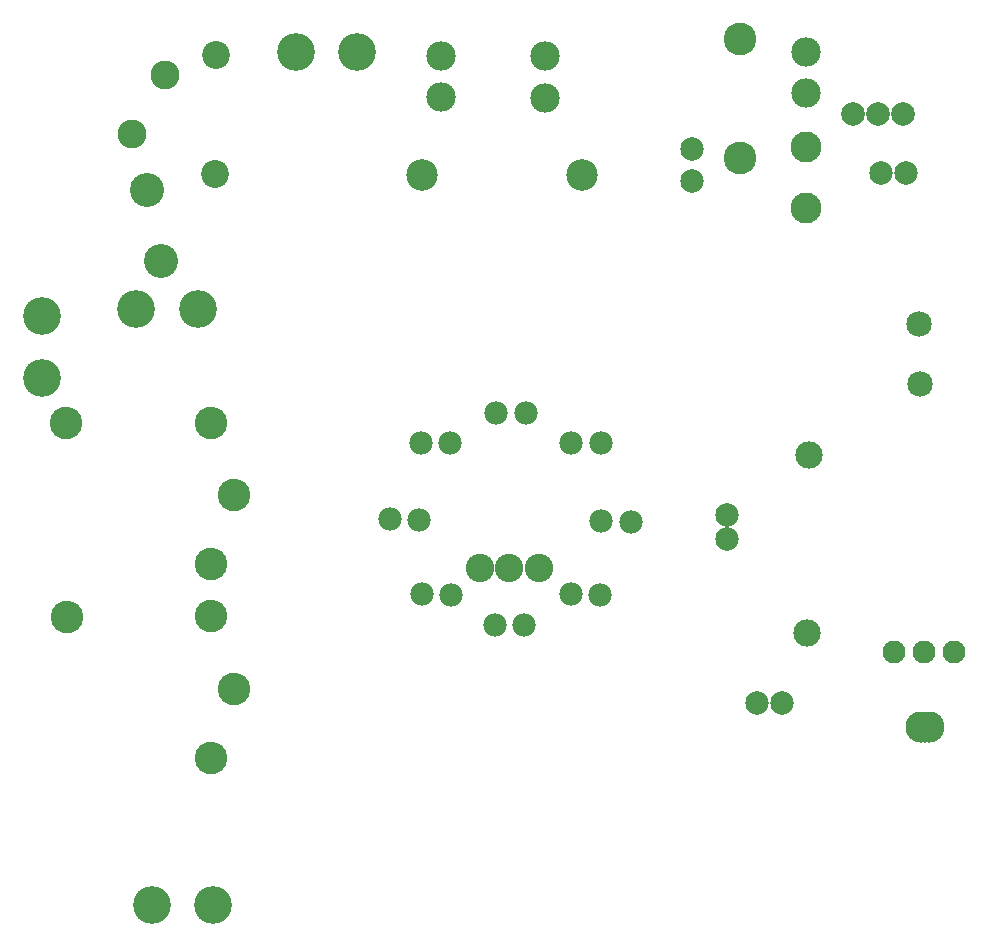
<source format=gts>
G04 Layer: TopSolderMaskLayer*
G04 EasyEDA Pro v1.8.39.fb3963, 2022-10-20 14:29:14*
G04 Gerber Generator version 0.3*
G04 Scale: 100 percent, Rotated: No, Reflected: No*
G04 Dimensions in millimeters*
G04 Leading zeros omitted, absolute positions, 4 integers and 2 decimals*
%FSLAX42Y42*%
%MOMM*%
%ADD10C,2.639273*%
%ADD11C,2.770309*%
%ADD12C,2.406099*%
%ADD13C,1.942163*%
%ADD14C,2.155419*%
%ADD15C,2.322652*%
%ADD16C,2.754412*%
%ADD17C,2.754417*%
%ADD18C,1.992295*%
%ADD19C,1.989503*%
%ADD20C,1.989498*%
%ADD21C,2.616126*%
%ADD22C,2.616121*%
%ADD23C,2.008139*%
%ADD24C,2.008134*%
%ADD25C,1.99229*%
%ADD26C,2.669113*%
%ADD27C,2.669108*%
%ADD28C,2.494443*%
%ADD29C,2.878714*%
%ADD30C,3.203199*%
%ADD31C,2.364791*%
%ADD32C,2.443584*%
G75*


G04 Pad Start*
G54D10*
G01X101578Y58403D03*
G01X101613Y58403D03*
G01X101545Y58403D03*
G54D11*
G01X100014Y64233D03*
G01X100012Y63226D03*
G54D12*
G01X98311Y59752D03*
G01X98064Y59752D03*
G01X97817Y59752D03*
G54D13*
G01X101319Y59037D03*
G01X101570Y59037D03*
G01X101829Y59037D03*
G54D14*
G01X101540Y61307D03*
G01X101532Y61818D03*
G54D15*
G01X100598Y60705D03*
G01X100587Y59203D03*
G54D16*
G01X94314Y59339D03*
G01X95536Y58145D03*
G01X95732Y58727D03*
G54D17*
G01X95536Y59342D03*
G54D16*
G01X94312Y60980D03*
G01X95534Y59785D03*
G01X95729Y60368D03*
G54D17*
G01X95534Y60983D03*
G54D18*
G01X99905Y59994D03*
G01X99905Y60202D03*
G01X100370Y58611D03*
G01X100163Y58611D03*
G01X101421Y63099D03*
G01X101213Y63099D03*
G54D19*
G01X97297Y60158D03*
G54D20*
G01X97049Y60163D03*
G54D19*
G01X97572Y59527D03*
G54D20*
G01X97323Y59532D03*
G54D19*
G01X98190Y59265D03*
G54D20*
G01X97941Y59270D03*
G54D19*
G01X98831Y59527D03*
G54D20*
G01X98582Y59532D03*
G54D19*
G01X99089Y60145D03*
G54D20*
G01X98840Y60150D03*
G54D19*
G01X98837Y60808D03*
G54D20*
G01X98588Y60813D03*
G54D19*
G01X98203Y61060D03*
G54D20*
G01X97954Y61065D03*
G54D19*
G01X97562Y60808D03*
G54D20*
G01X97313Y60813D03*
G54D21*
G01X100574Y63317D03*
G54D22*
G01X100574Y62802D03*
G54D23*
G01X100973Y63593D03*
G54D24*
G01X101185Y63593D03*
G54D23*
G01X101396Y63593D03*
G54D25*
G01X99612Y63030D03*
G01X99612Y63296D03*
G54D26*
G01X97320Y63082D03*
G54D27*
G01X98675Y63078D03*
G54D28*
G01X100573Y63772D03*
G01X100573Y64123D03*
G01X98364Y63735D03*
G01X98364Y64085D03*
G01X97486Y63736D03*
G01X97486Y64087D03*
G54D29*
G01X94994Y62951D03*
G01X95113Y62352D03*
G54D30*
G01X95425Y61943D03*
G01X94905Y61943D03*
G01X95553Y56902D03*
G01X95034Y56902D03*
G01X94110Y61883D03*
G01X94110Y61364D03*
G01X96773Y64124D03*
G01X96253Y64124D03*
G54D31*
G01X95578Y64094D03*
G01X95573Y63084D03*
G54D32*
G01X95151Y63928D03*
G01X94869Y63427D03*
G04 Pad End*

M02*

</source>
